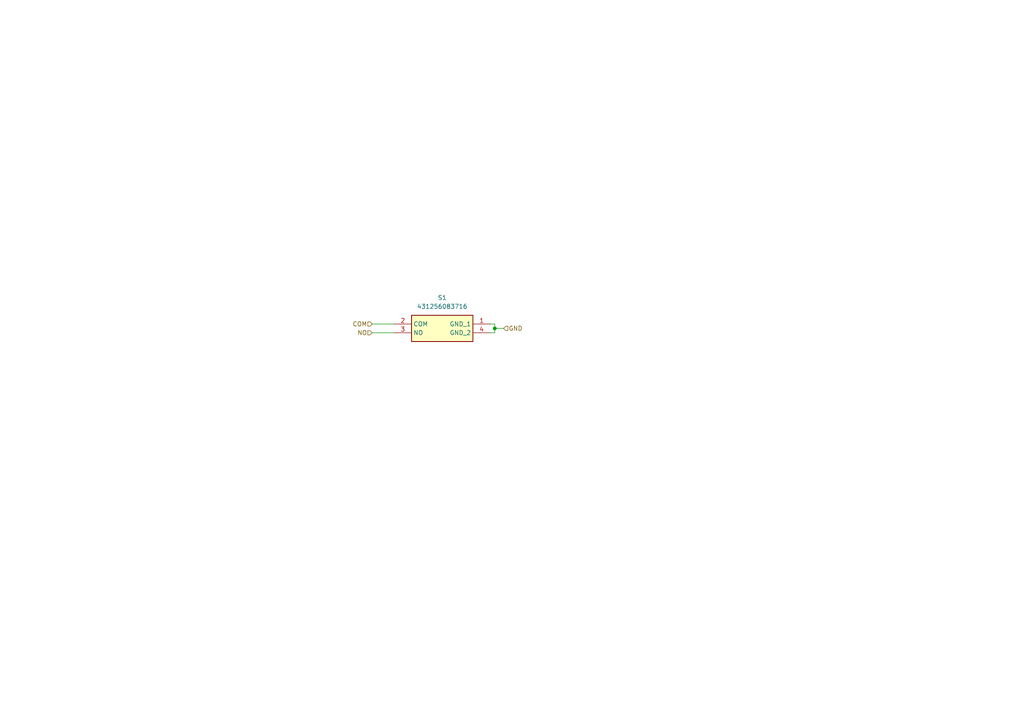
<source format=kicad_sch>
(kicad_sch (version 20250114) (generator "eeschema") (generator_version "9.0")
  (paper "A4")
  (title_block (title "Rücklicht") (date "17.11.2025") (rev "1.0") (company "Rücklicht 4") (comment 1 "Matteo Huber, Lukas Köppl") (comment 2 "Matthias Ulz, Adam Bukovjan") (comment 3 "Mathias Kornschober, Christian Hanschitz") (comment 4 "Gregor Gierlinger, Julian Gradwohl"))
  (lib_symbols
    (symbol "symbols:431256083716"
      (property "Reference" "S" (at 24.13 7.62 0))
      (property "Value" "431256083716" (at 24.13 5.08 0))
      (symbol "431256083716_1_1"
        (rectangle (start 5.08 2.54) (end 22.86 -5.08) (stroke (width 0.254)) (fill (type background)))
        (pin passive line (at 0 0 0) (length 5.08) (name "COM") (number "2"))
        (pin passive line (at 0 -2.54 0) (length 5.08) (name "NO") (number "3"))
        (pin passive line (at 27.94 0 180) (length 5.08) (name "GND_1") (number "1"))
        (pin passive line (at 27.94 -2.54 180) (length 5.08) (name "GND_2") (number "4"))
      )
    )
  )
  (junction (at 143.51 95.25))
  (wire (pts (xy 143.51 93.98) (xy 143.51 95.25)))
  (wire (pts (xy 107.95 96.52) (xy 114.3 96.52)))
  (wire (pts (xy 107.95 93.98) (xy 114.3 93.98)))
  (wire (pts (xy 142.24 93.98) (xy 143.51 93.98)))
  (wire (pts (xy 143.51 96.52) (xy 143.51 95.25)))
  (wire (pts (xy 146.05 95.25) (xy 143.51 95.25)))
  (wire (pts (xy 142.24 96.52) (xy 143.51 96.52)))
  (hierarchical_label "GND" (shape input) (at 146.05 95.25 0))
  (hierarchical_label "NO" (shape input) (at 107.95 96.52 180))
  (hierarchical_label "COM" (shape input) (at 107.95 93.98 180))
  (symbol (lib_id "symbols:431256083716") (at 114.3 93.98 0) (unit 1)
    (property "Reference" "S1" (at 128.27 86.36 0))
    (property "Value" "431256083716" (at 128.27 88.9 0))
    (property "Footprint" "431256083716" (effects (hide yes)))
    (property "Datasheet" "https://www.we-online.com/catalog/datasheet/431256083716.pdf" (effects (hide yes)))
    (property "Description" "WS-TATU Tact Switch 6*6mm right angle Tact switch,THT, height 8.35mm, black actuator, 160gf, Bulk" (effects (hide yes)))
    (property "Height" "8.35" (effects (hide yes)))
    (property "Mouser Part Number" "710-431256083716" (effects (hide yes)))
    (property "Mouser Price/Stock" "https://www.mouser.co.uk/ProductDetail/Wurth-Elektronik/431256083716?qs=wr8lucFkNMWLQqyN3RRiwA%3D%3D" (effects (hide yes)))
    (property "Manufacturer_Name" "Wurth Elektronik" (effects (hide yes)))
    (property "Manufacturer_Part_Number" "431256083716" (effects (hide yes)))
  )
)
</source>
